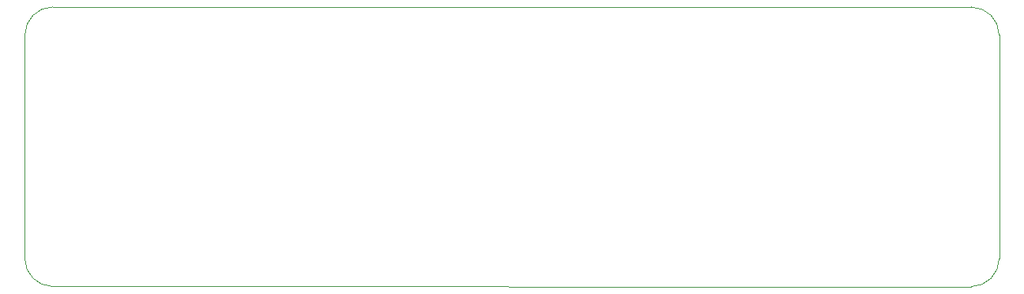
<source format=gm1>
G04 #@! TF.GenerationSoftware,KiCad,Pcbnew,7.0.7*
G04 #@! TF.CreationDate,2023-09-14T21:09:40+02:00*
G04 #@! TF.ProjectId,Pi1541ZeroPCB2,50693135-3431-45a6-9572-6f504342322e,rev?*
G04 #@! TF.SameCoordinates,Original*
G04 #@! TF.FileFunction,Profile,NP*
%FSLAX46Y46*%
G04 Gerber Fmt 4.6, Leading zero omitted, Abs format (unit mm)*
G04 Created by KiCad (PCBNEW 7.0.7) date 2023-09-14 21:09:40*
%MOMM*%
%LPD*%
G01*
G04 APERTURE LIST*
G04 #@! TA.AperFunction,Profile*
%ADD10C,0.100000*%
G04 #@! TD*
G04 APERTURE END LIST*
D10*
X184704379Y-72957121D02*
G75*
G03*
X181704432Y-69957121I-2999979J21D01*
G01*
X184707973Y-96979054D02*
X184704432Y-72957121D01*
X80301198Y-72953131D02*
X80304241Y-96977867D01*
X80304233Y-96977867D02*
G75*
G03*
X83304241Y-99977867I3000067J67D01*
G01*
X83304241Y-99977867D02*
X181707973Y-99979054D01*
X181707973Y-99979073D02*
G75*
G03*
X184707973Y-96979054I27J2999973D01*
G01*
X83301198Y-69953198D02*
G75*
G03*
X80301198Y-72953131I2J-3000002D01*
G01*
X181704432Y-69957121D02*
X83301198Y-69953131D01*
M02*

</source>
